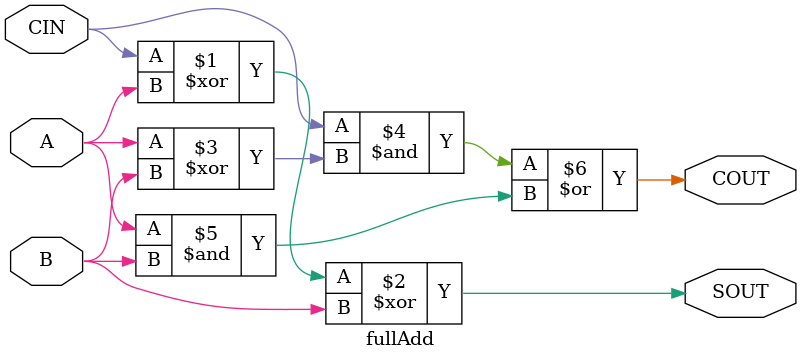
<source format=v>
module fullAdd(A,B, CIN, SOUT, COUT);
    input A, B, CIN;
    output SOUT, COUT;
    assign SOUT = CIN ^ A ^ B;
    assign COUT = (CIN & (A ^ B))|(A&B);
endmodule

</source>
